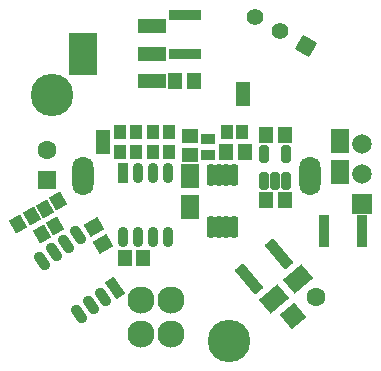
<source format=gbs>
G04*
G04 #@! TF.GenerationSoftware,Altium Limited,Altium Designer,25.1.2 (22)*
G04*
G04 Layer_Color=16711935*
%FSLAX44Y44*%
%MOMM*%
G71*
G04*
G04 #@! TF.SameCoordinates,7166223C-B6ED-409E-8759-D5DD53971EAE*
G04*
G04*
G04 #@! TF.FilePolarity,Negative*
G04*
G01*
G75*
%ADD35R,1.2500X2.0000*%
%ADD36R,1.1000X1.2500*%
%ADD40R,1.3500X1.2000*%
G04:AMPARAMS|DCode=43|XSize=1.35mm|YSize=1.2mm|CornerRadius=0mm|HoleSize=0mm|Usage=FLASHONLY|Rotation=210.000|XOffset=0mm|YOffset=0mm|HoleType=Round|Shape=Rectangle|*
%AMROTATEDRECTD43*
4,1,4,0.2846,0.8571,0.8846,-0.1821,-0.2846,-0.8571,-0.8846,0.1821,0.2846,0.8571,0.0*
%
%ADD43ROTATEDRECTD43*%

%ADD44R,1.2000X1.3500*%
%ADD50O,0.8000X0.7000*%
G04:AMPARAMS|DCode=51|XSize=1.25mm|YSize=1.1mm|CornerRadius=0mm|HoleSize=0mm|Usage=FLASHONLY|Rotation=120.000|XOffset=0mm|YOffset=0mm|HoleType=Round|Shape=Rectangle|*
%AMROTATEDRECTD51*
4,1,4,0.7888,-0.2663,-0.1638,-0.8163,-0.7888,0.2663,0.1638,0.8163,0.7888,-0.2663,0.0*
%
%ADD51ROTATEDRECTD51*%

%ADD55C,3.6000*%
%ADD56P,2.2627X4X265.0*%
%ADD57C,1.6000*%
%ADD58C,1.4000*%
%ADD59C,1.6580*%
%ADD60C,2.3000*%
%ADD61R,1.6580X1.6580*%
%ADD62O,1.8000X3.3000*%
%ADD63R,1.6000X1.6000*%
%ADD64P,1.9799X4X375.0*%
%ADD77R,0.9542X2.7062*%
G04:AMPARAMS|DCode=78|XSize=0.9542mm|YSize=2.7062mm|CornerRadius=0mm|HoleSize=0mm|Usage=FLASHONLY|Rotation=220.000|XOffset=0mm|YOffset=0mm|HoleType=Round|Shape=Rectangle|*
%AMROTATEDRECTD78*
4,1,4,-0.5043,1.3432,1.2352,-0.7299,0.5043,-1.3432,-1.2352,0.7299,-0.5043,1.3432,0.0*
%
%ADD78ROTATEDRECTD78*%

%ADD81R,2.7062X0.9542*%
G04:AMPARAMS|DCode=89|XSize=1.7986mm|YSize=0.7318mm|CornerRadius=0.258mm|HoleSize=0mm|Usage=FLASHONLY|Rotation=270.000|XOffset=0mm|YOffset=0mm|HoleType=Round|Shape=RoundedRectangle|*
%AMROUNDEDRECTD89*
21,1,1.7986,0.2159,0,0,270.0*
21,1,1.2827,0.7318,0,0,270.0*
1,1,0.5159,-0.1080,-0.6414*
1,1,0.5159,-0.1080,0.6414*
1,1,0.5159,0.1080,0.6414*
1,1,0.5159,0.1080,-0.6414*
%
%ADD89ROUNDEDRECTD89*%
G04:AMPARAMS|DCode=90|XSize=0.9mm|YSize=1.75mm|CornerRadius=0mm|HoleSize=0mm|Usage=FLASHONLY|Rotation=35.000|XOffset=0mm|YOffset=0mm|HoleType=Round|Shape=Round|*
%AMOVALD90*
21,1,0.8500,0.9000,0.0000,0.0000,125.0*
1,1,0.9000,0.2438,-0.3481*
1,1,0.9000,-0.2438,0.3481*
%
%ADD90OVALD90*%

%ADD91R,1.5500X2.0500*%
G04:AMPARAMS|DCode=92|XSize=1.55mm|YSize=2.05mm|CornerRadius=0mm|HoleSize=0mm|Usage=FLASHONLY|Rotation=310.000|XOffset=0mm|YOffset=0mm|HoleType=Round|Shape=Rectangle|*
%AMROTATEDRECTD92*
4,1,4,-1.2834,-0.0652,0.2870,1.2525,1.2834,0.0652,-0.2870,-1.2525,-1.2834,-0.0652,0.0*
%
%ADD92ROTATEDRECTD92*%

G04:AMPARAMS|DCode=93|XSize=0.9mm|YSize=1.5mm|CornerRadius=0.3mm|HoleSize=0mm|Usage=FLASHONLY|Rotation=180.000|XOffset=0mm|YOffset=0mm|HoleType=Round|Shape=RoundedRectangle|*
%AMROUNDEDRECTD93*
21,1,0.9000,0.9000,0,0,180.0*
21,1,0.3000,1.5000,0,0,180.0*
1,1,0.6000,-0.1500,0.4500*
1,1,0.6000,0.1500,0.4500*
1,1,0.6000,0.1500,-0.4500*
1,1,0.6000,-0.1500,-0.4500*
%
%ADD93ROUNDEDRECTD93*%
%ADD94R,2.4500X1.2000*%
%ADD95O,0.9000X1.7500*%
%ADD96R,1.2700X0.9700*%
%ADD97R,0.9000X1.7500*%
G04:AMPARAMS|DCode=98|XSize=0.9mm|YSize=1.75mm|CornerRadius=0mm|HoleSize=0mm|Usage=FLASHONLY|Rotation=35.000|XOffset=0mm|YOffset=0mm|HoleType=Round|Shape=Rectangle|*
%AMROTATEDRECTD98*
4,1,4,0.1333,-0.9749,-0.8705,0.4587,-0.1333,0.9749,0.8705,-0.4587,0.1333,-0.9749,0.0*
%
%ADD98ROTATEDRECTD98*%

%ADD99R,2.4500X3.5500*%
D35*
X100999Y209002D02*
D03*
X218998Y250000D02*
D03*
D36*
X156500Y218000D02*
D03*
X156500Y201000D02*
D03*
X205500Y218000D02*
D03*
X143500Y201000D02*
D03*
X115500D02*
D03*
X218500Y218000D02*
D03*
X115500D02*
D03*
X143500D02*
D03*
X128500D02*
D03*
Y201000D02*
D03*
D40*
X174000Y214000D02*
D03*
Y198000D02*
D03*
D43*
X101000Y123072D02*
D03*
X93000Y136928D02*
D03*
D44*
X254500Y215000D02*
D03*
X254500Y160000D02*
D03*
X221000Y201000D02*
D03*
X178000Y261000D02*
D03*
X135000Y111000D02*
D03*
X238500Y160000D02*
D03*
X205000Y201000D02*
D03*
X119000Y111000D02*
D03*
X162000Y261000D02*
D03*
X238500Y215000D02*
D03*
D50*
X101000Y202000D02*
D03*
Y215000D02*
D03*
X219000Y243000D02*
D03*
Y256000D02*
D03*
D51*
X62629Y159250D02*
D03*
X29121Y139750D02*
D03*
X51371Y152750D02*
D03*
X60000Y138000D02*
D03*
X40379Y146250D02*
D03*
X48742Y131500D02*
D03*
D55*
X57500Y249000D02*
D03*
X207750Y40750D02*
D03*
D56*
X261849Y61930D02*
D03*
D57*
X281000Y78000D02*
D03*
X53000Y202000D02*
D03*
D58*
X250875Y302784D02*
D03*
X229224Y315284D02*
D03*
D59*
X320000Y182400D02*
D03*
X320000Y207800D02*
D03*
D60*
X158400Y47000D02*
D03*
X133000D02*
D03*
X158400Y75000D02*
D03*
X133000D02*
D03*
D61*
X320000Y157000D02*
D03*
D62*
X276000Y180000D02*
D03*
X84000D02*
D03*
D63*
X53000Y177000D02*
D03*
D64*
X272526Y290284D02*
D03*
D77*
X287750Y134000D02*
D03*
X320250D02*
D03*
D78*
X249448Y114445D02*
D03*
X224552Y93555D02*
D03*
D81*
X170000Y316250D02*
D03*
Y283750D02*
D03*
D89*
X192348Y137156D02*
D03*
X205217Y180844D02*
D03*
X198783D02*
D03*
X211652D02*
D03*
X205217Y137156D02*
D03*
X192348Y180844D02*
D03*
X211652Y137156D02*
D03*
X198783D02*
D03*
D90*
X48765Y108395D02*
D03*
X59169Y115680D02*
D03*
X69572Y122964D02*
D03*
X79975Y130249D02*
D03*
X80025Y63752D02*
D03*
X90428Y71036D02*
D03*
X100832Y78320D02*
D03*
D91*
X301000Y183750D02*
D03*
X174000Y153750D02*
D03*
Y180250D02*
D03*
X301000Y210250D02*
D03*
D92*
X266150Y93517D02*
D03*
X245850Y76483D02*
D03*
D93*
X246500Y176000D02*
D03*
X237000D02*
D03*
X256000Y199000D02*
D03*
Y176000D02*
D03*
X237000Y199000D02*
D03*
D94*
X142250Y307000D02*
D03*
Y284000D02*
D03*
Y261000D02*
D03*
D95*
X156100Y183000D02*
D03*
X143400D02*
D03*
X118000Y128500D02*
D03*
X130700Y183000D02*
D03*
Y128500D02*
D03*
X143400D02*
D03*
X156100D02*
D03*
D96*
X190000Y198050D02*
D03*
Y211950D02*
D03*
D97*
X118000Y183000D02*
D03*
D98*
X111235Y85605D02*
D03*
D99*
X83750Y284000D02*
D03*
M02*

</source>
